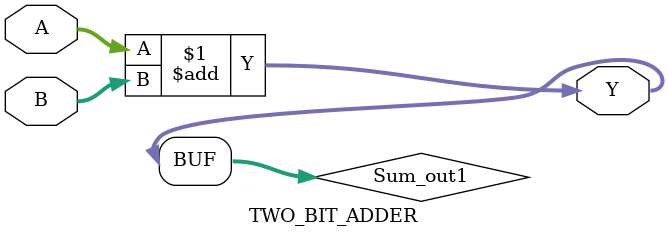
<source format=v>



`timescale 1 ns / 1 ns

module TWO_BIT_ADDER
          (A,
           B,
           Y);


  input   [7:0] A;  // uint8
  input   [7:0] B;  // uint8
  output  [7:0] Y;  // uint8


  wire [7:0] Sum_out1;  // uint8


  assign Sum_out1 = A + B;



  assign Y = Sum_out1;

endmodule  // TWO_BIT_ADDER


</source>
